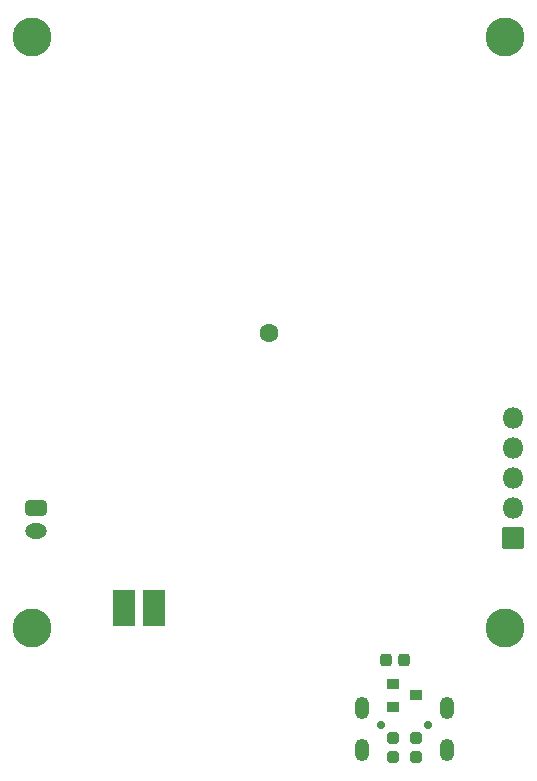
<source format=gbr>
%TF.GenerationSoftware,KiCad,Pcbnew,6.0.11+dfsg-1*%
%TF.CreationDate,2024-04-11T02:19:39+03:00*%
%TF.ProjectId,LocalTrack,4c6f6361-6c54-4726-9163-6b2e6b696361,1.3*%
%TF.SameCoordinates,PX7270e00PY47868c0*%
%TF.FileFunction,Soldermask,Bot*%
%TF.FilePolarity,Negative*%
%FSLAX46Y46*%
G04 Gerber Fmt 4.6, Leading zero omitted, Abs format (unit mm)*
G04 Created by KiCad (PCBNEW 6.0.11+dfsg-1) date 2024-04-11 02:19:39*
%MOMM*%
%LPD*%
G01*
G04 APERTURE LIST*
G04 Aperture macros list*
%AMRoundRect*
0 Rectangle with rounded corners*
0 $1 Rounding radius*
0 $2 $3 $4 $5 $6 $7 $8 $9 X,Y pos of 4 corners*
0 Add a 4 corners polygon primitive as box body*
4,1,4,$2,$3,$4,$5,$6,$7,$8,$9,$2,$3,0*
0 Add four circle primitives for the rounded corners*
1,1,$1+$1,$2,$3*
1,1,$1+$1,$4,$5*
1,1,$1+$1,$6,$7*
1,1,$1+$1,$8,$9*
0 Add four rect primitives between the rounded corners*
20,1,$1+$1,$2,$3,$4,$5,0*
20,1,$1+$1,$4,$5,$6,$7,0*
20,1,$1+$1,$6,$7,$8,$9,0*
20,1,$1+$1,$8,$9,$2,$3,0*%
G04 Aperture macros list end*
%ADD10C,0.700000*%
%ADD11O,1.200000X1.900000*%
%ADD12C,3.300000*%
%ADD13RoundRect,0.050000X0.850000X0.850000X-0.850000X0.850000X-0.850000X-0.850000X0.850000X-0.850000X0*%
%ADD14O,1.800000X1.800000*%
%ADD15RoundRect,0.299600X-0.625400X0.350400X-0.625400X-0.350400X0.625400X-0.350400X0.625400X0.350400X0*%
%ADD16O,1.850000X1.300000*%
%ADD17RoundRect,0.268750X-0.218750X-0.256250X0.218750X-0.256250X0.218750X0.256250X-0.218750X0.256250X0*%
%ADD18RoundRect,0.268750X-0.256250X0.218750X-0.256250X-0.218750X0.256250X-0.218750X0.256250X0.218750X0*%
%ADD19C,1.600000*%
%ADD20RoundRect,0.050000X-0.450000X-0.400000X0.450000X-0.400000X0.450000X0.400000X-0.450000X0.400000X0*%
%ADD21RoundRect,0.050000X0.900000X1.500000X-0.900000X1.500000X-0.900000X-1.500000X0.900000X-1.500000X0*%
G04 APERTURE END LIST*
D10*
X34500000Y-70700000D03*
X38500000Y-70700000D03*
D11*
X40100000Y-72800000D03*
X40100000Y-69300000D03*
X32900000Y-72800000D03*
X32900000Y-69300000D03*
D12*
X5000000Y-62500000D03*
X45000000Y-62500000D03*
X45000000Y-12500000D03*
X5000000Y-12500000D03*
D13*
X45700000Y-54900000D03*
D14*
X45700000Y-52360000D03*
X45700000Y-49820000D03*
X45700000Y-47280000D03*
X45700000Y-44740000D03*
D15*
X5300000Y-52300000D03*
D16*
X5300000Y-54300000D03*
D17*
X34912500Y-65200000D03*
X36487500Y-65200000D03*
D18*
X35500000Y-71812500D03*
X35500000Y-73387500D03*
D19*
X25000000Y-37500000D03*
D18*
X37500000Y-71812500D03*
X37500000Y-73387500D03*
D20*
X35500000Y-69150000D03*
X35500000Y-67250000D03*
X37500000Y-68200000D03*
D21*
X15300000Y-60800000D03*
X12800000Y-60800000D03*
M02*

</source>
